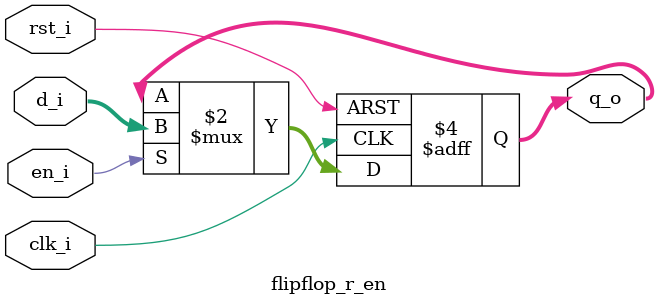
<source format=sv>

module flipflop_r_en #(
    parameter int WIDTH = 8
) (
    input logic clk_i,
    input logic rst_i,
    input logic en_i,
    input logic [WIDTH-1:0] d_i,
    output logic [WIDTH-1:0] q_o
);

  //-Assignments

  always_ff @(posedge clk_i, posedge rst_i) begin
    if (rst_i) begin
      q_o <= 0;
    end else if (en_i) begin
      q_o <= d_i;
    end
  end

endmodule

</source>
